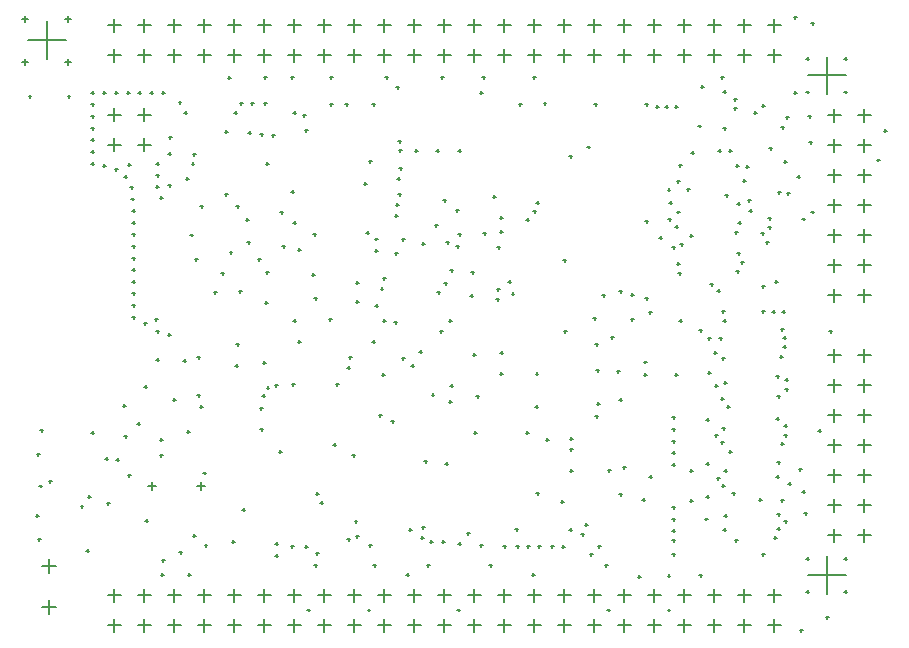
<source format=gbr>
%TF.GenerationSoftware,Altium Limited,Altium Designer,21.5.1 (32)*%
G04 Layer_Color=128*
%FSLAX45Y45*%
%MOMM*%
%TF.SameCoordinates,6D93875A-9943-4EB1-8E24-321CDD5DE8D5*%
%TF.FilePolarity,Positive*%
%TF.FileFunction,Drillmap*%
%TF.Part,Single*%
G01*
G75*
%TA.AperFunction,NonConductor*%
%ADD243C,0.12700*%
D243*
X8073000Y2476800D02*
X8183000D01*
X8128000Y2421800D02*
Y2531800D01*
X8073000Y2222800D02*
X8183000D01*
X8128000Y2167800D02*
Y2277800D01*
X8073000Y1968800D02*
X8183000D01*
X8128000Y1913800D02*
Y2023800D01*
X8073000Y1714800D02*
X8183000D01*
X8128000Y1659800D02*
Y1769800D01*
X8073000Y1460800D02*
X8183000D01*
X8128000Y1405800D02*
Y1515800D01*
X8073000Y1206800D02*
X8183000D01*
X8128000Y1151800D02*
Y1261800D01*
X8073000Y952800D02*
X8183000D01*
X8128000Y897800D02*
Y1007800D01*
X8327000Y2476800D02*
X8437000D01*
X8382000Y2421800D02*
Y2531800D01*
X8327000Y2222800D02*
X8437000D01*
X8382000Y2167800D02*
Y2277800D01*
X8327000Y1968800D02*
X8437000D01*
X8382000Y1913800D02*
Y2023800D01*
X8327000Y1714800D02*
X8437000D01*
X8382000Y1659800D02*
Y1769800D01*
X8327000Y1460800D02*
X8437000D01*
X8382000Y1405800D02*
Y1515800D01*
X8327000Y1206800D02*
X8437000D01*
X8382000Y1151800D02*
Y1261800D01*
X8327000Y952800D02*
X8437000D01*
X8382000Y897800D02*
Y1007800D01*
X8073000Y4508800D02*
X8183000D01*
X8128000Y4453800D02*
Y4563800D01*
X8073000Y4254800D02*
X8183000D01*
X8128000Y4199800D02*
Y4309800D01*
X8073000Y4000800D02*
X8183000D01*
X8128000Y3945800D02*
Y4055800D01*
X8073000Y3746800D02*
X8183000D01*
X8128000Y3691800D02*
Y3801800D01*
X8073000Y3492800D02*
X8183000D01*
X8128000Y3437800D02*
Y3547800D01*
X8073000Y3238800D02*
X8183000D01*
X8128000Y3183800D02*
Y3293800D01*
X8073000Y2984800D02*
X8183000D01*
X8128000Y2929800D02*
Y3039800D01*
X8327000Y4508800D02*
X8437000D01*
X8382000Y4453800D02*
Y4563800D01*
X8327000Y4254800D02*
X8437000D01*
X8382000Y4199800D02*
Y4309800D01*
X8327000Y4000800D02*
X8437000D01*
X8382000Y3945800D02*
Y4055800D01*
X8327000Y3746800D02*
X8437000D01*
X8382000Y3691800D02*
Y3801800D01*
X8327000Y3492800D02*
X8437000D01*
X8382000Y3437800D02*
Y3547800D01*
X8327000Y3238800D02*
X8437000D01*
X8382000Y3183800D02*
Y3293800D01*
X8327000Y2984800D02*
X8437000D01*
X8382000Y2929800D02*
Y3039800D01*
X7565000Y444500D02*
X7675000D01*
X7620000Y389500D02*
Y499500D01*
X7311000Y444500D02*
X7421000D01*
X7366000Y389500D02*
Y499500D01*
X7057000Y444500D02*
X7167000D01*
X7112000Y389500D02*
Y499500D01*
X6803000Y444500D02*
X6913000D01*
X6858000Y389500D02*
Y499500D01*
X6549000Y444500D02*
X6659000D01*
X6604000Y389500D02*
Y499500D01*
X6295000Y444500D02*
X6405000D01*
X6350000Y389500D02*
Y499500D01*
X6041000Y444500D02*
X6151000D01*
X6096000Y389500D02*
Y499500D01*
X5787000Y444500D02*
X5897000D01*
X5842000Y389500D02*
Y499500D01*
X5533000Y444500D02*
X5643000D01*
X5588000Y389500D02*
Y499500D01*
X5279000Y444500D02*
X5389000D01*
X5334000Y389500D02*
Y499500D01*
X5025000Y444500D02*
X5135000D01*
X5080000Y389500D02*
Y499500D01*
X4771000Y444500D02*
X4881000D01*
X4826000Y389500D02*
Y499500D01*
X4517000Y444500D02*
X4627000D01*
X4572000Y389500D02*
Y499500D01*
X4263000Y444500D02*
X4373000D01*
X4318000Y389500D02*
Y499500D01*
X4009000Y444500D02*
X4119000D01*
X4064000Y389500D02*
Y499500D01*
X3755000Y444500D02*
X3865000D01*
X3810000Y389500D02*
Y499500D01*
X3501000Y444500D02*
X3611000D01*
X3556000Y389500D02*
Y499500D01*
X3247000Y444500D02*
X3357000D01*
X3302000Y389500D02*
Y499500D01*
X2993000Y444500D02*
X3103000D01*
X3048000Y389500D02*
Y499500D01*
X2739000Y444500D02*
X2849000D01*
X2794000Y389500D02*
Y499500D01*
X2485000Y444500D02*
X2595000D01*
X2540000Y389500D02*
Y499500D01*
X2231000Y444500D02*
X2341000D01*
X2286000Y389500D02*
Y499500D01*
X1977000Y444500D02*
X2087000D01*
X2032000Y389500D02*
Y499500D01*
X7565000Y190500D02*
X7675000D01*
X7620000Y135500D02*
Y245500D01*
X7311000Y190500D02*
X7421000D01*
X7366000Y135500D02*
Y245500D01*
X7057000Y190500D02*
X7167000D01*
X7112000Y135500D02*
Y245500D01*
X6803000Y190500D02*
X6913000D01*
X6858000Y135500D02*
Y245500D01*
X6549000Y190500D02*
X6659000D01*
X6604000Y135500D02*
Y245500D01*
X6295000Y190500D02*
X6405000D01*
X6350000Y135500D02*
Y245500D01*
X6041000Y190500D02*
X6151000D01*
X6096000Y135500D02*
Y245500D01*
X5787000Y190500D02*
X5897000D01*
X5842000Y135500D02*
Y245500D01*
X5533000Y190500D02*
X5643000D01*
X5588000Y135500D02*
Y245500D01*
X5279000Y190500D02*
X5389000D01*
X5334000Y135500D02*
Y245500D01*
X5025000Y190500D02*
X5135000D01*
X5080000Y135500D02*
Y245500D01*
X4771000Y190500D02*
X4881000D01*
X4826000Y135500D02*
Y245500D01*
X4517000Y190500D02*
X4627000D01*
X4572000Y135500D02*
Y245500D01*
X4263000Y190500D02*
X4373000D01*
X4318000Y135500D02*
Y245500D01*
X4009000Y190500D02*
X4119000D01*
X4064000Y135500D02*
Y245500D01*
X3755000Y190500D02*
X3865000D01*
X3810000Y135500D02*
Y245500D01*
X3501000Y190500D02*
X3611000D01*
X3556000Y135500D02*
Y245500D01*
X3247000Y190500D02*
X3357000D01*
X3302000Y135500D02*
Y245500D01*
X2993000Y190500D02*
X3103000D01*
X3048000Y135500D02*
Y245500D01*
X2739000Y190500D02*
X2849000D01*
X2794000Y135500D02*
Y245500D01*
X2485000Y190500D02*
X2595000D01*
X2540000Y135500D02*
Y245500D01*
X2231000Y190500D02*
X2341000D01*
X2286000Y135500D02*
Y245500D01*
X1977000Y190500D02*
X2087000D01*
X2032000Y135500D02*
Y245500D01*
X7565000Y5270500D02*
X7675000D01*
X7620000Y5215500D02*
Y5325500D01*
X7311000Y5270500D02*
X7421000D01*
X7366000Y5215500D02*
Y5325500D01*
X7057000Y5270500D02*
X7167000D01*
X7112000Y5215500D02*
Y5325500D01*
X6803000Y5270500D02*
X6913000D01*
X6858000Y5215500D02*
Y5325500D01*
X6549000Y5270500D02*
X6659000D01*
X6604000Y5215500D02*
Y5325500D01*
X6295000Y5270500D02*
X6405000D01*
X6350000Y5215500D02*
Y5325500D01*
X6041000Y5270500D02*
X6151000D01*
X6096000Y5215500D02*
Y5325500D01*
X5787000Y5270500D02*
X5897000D01*
X5842000Y5215500D02*
Y5325500D01*
X5533000Y5270500D02*
X5643000D01*
X5588000Y5215500D02*
Y5325500D01*
X5279000Y5270500D02*
X5389000D01*
X5334000Y5215500D02*
Y5325500D01*
X5025000Y5270500D02*
X5135000D01*
X5080000Y5215500D02*
Y5325500D01*
X4771000Y5270500D02*
X4881000D01*
X4826000Y5215500D02*
Y5325500D01*
X4517000Y5270500D02*
X4627000D01*
X4572000Y5215500D02*
Y5325500D01*
X4263000Y5270500D02*
X4373000D01*
X4318000Y5215500D02*
Y5325500D01*
X4009000Y5270500D02*
X4119000D01*
X4064000Y5215500D02*
Y5325500D01*
X3755000Y5270500D02*
X3865000D01*
X3810000Y5215500D02*
Y5325500D01*
X3501000Y5270500D02*
X3611000D01*
X3556000Y5215500D02*
Y5325500D01*
X3247000Y5270500D02*
X3357000D01*
X3302000Y5215500D02*
Y5325500D01*
X2993000Y5270500D02*
X3103000D01*
X3048000Y5215500D02*
Y5325500D01*
X2739000Y5270500D02*
X2849000D01*
X2794000Y5215500D02*
Y5325500D01*
X2485000Y5270500D02*
X2595000D01*
X2540000Y5215500D02*
Y5325500D01*
X2231000Y5270500D02*
X2341000D01*
X2286000Y5215500D02*
Y5325500D01*
X1977000Y5270500D02*
X2087000D01*
X2032000Y5215500D02*
Y5325500D01*
X7565000Y5016500D02*
X7675000D01*
X7620000Y4961500D02*
Y5071500D01*
X7311000Y5016500D02*
X7421000D01*
X7366000Y4961500D02*
Y5071500D01*
X7057000Y5016500D02*
X7167000D01*
X7112000Y4961500D02*
Y5071500D01*
X6803000Y5016500D02*
X6913000D01*
X6858000Y4961500D02*
Y5071500D01*
X6549000Y5016500D02*
X6659000D01*
X6604000Y4961500D02*
Y5071500D01*
X6295000Y5016500D02*
X6405000D01*
X6350000Y4961500D02*
Y5071500D01*
X6041000Y5016500D02*
X6151000D01*
X6096000Y4961500D02*
Y5071500D01*
X5787000Y5016500D02*
X5897000D01*
X5842000Y4961500D02*
Y5071500D01*
X5533000Y5016500D02*
X5643000D01*
X5588000Y4961500D02*
Y5071500D01*
X5279000Y5016500D02*
X5389000D01*
X5334000Y4961500D02*
Y5071500D01*
X5025000Y5016500D02*
X5135000D01*
X5080000Y4961500D02*
Y5071500D01*
X4771000Y5016500D02*
X4881000D01*
X4826000Y4961500D02*
Y5071500D01*
X4517000Y5016500D02*
X4627000D01*
X4572000Y4961500D02*
Y5071500D01*
X4263000Y5016500D02*
X4373000D01*
X4318000Y4961500D02*
Y5071500D01*
X4009000Y5016500D02*
X4119000D01*
X4064000Y4961500D02*
Y5071500D01*
X3755000Y5016500D02*
X3865000D01*
X3810000Y4961500D02*
Y5071500D01*
X3501000Y5016500D02*
X3611000D01*
X3556000Y4961500D02*
Y5071500D01*
X3247000Y5016500D02*
X3357000D01*
X3302000Y4961500D02*
Y5071500D01*
X2993000Y5016500D02*
X3103000D01*
X3048000Y4961500D02*
Y5071500D01*
X2739000Y5016500D02*
X2849000D01*
X2794000Y4961500D02*
Y5071500D01*
X2485000Y5016500D02*
X2595000D01*
X2540000Y4961500D02*
Y5071500D01*
X2231000Y5016500D02*
X2341000D01*
X2286000Y4961500D02*
Y5071500D01*
X1977000Y5016500D02*
X2087000D01*
X2032000Y4961500D02*
Y5071500D01*
X1977000Y4512400D02*
X2087000D01*
X2032000Y4457400D02*
Y4567400D01*
X2231000Y4512400D02*
X2341000D01*
X2286000Y4457400D02*
Y4567400D01*
X1977000Y4258400D02*
X2087000D01*
X2032000Y4203400D02*
Y4313400D01*
X2231000Y4258400D02*
X2341000D01*
X2286000Y4203400D02*
Y4313400D01*
X7904500Y615000D02*
X8224500D01*
X8064500Y455000D02*
Y775000D01*
X7904500Y4846000D02*
X8224500D01*
X8064500Y4686000D02*
Y5006000D01*
X1300500Y5143500D02*
X1620500D01*
X1460500Y4983500D02*
Y5303500D01*
X1420000Y345000D02*
X1540000D01*
X1480000Y285000D02*
Y405000D01*
X1420000Y695000D02*
X1540000D01*
X1480000Y635000D02*
Y755000D01*
X3527500Y860000D02*
X3552500D01*
X3540000Y847500D02*
Y872500D01*
X4007458Y920049D02*
X4032458D01*
X4019958Y907549D02*
Y932549D01*
X4067500Y1070000D02*
X4092500D01*
X4080000Y1057500D02*
Y1082500D01*
X4527500Y1000000D02*
X4552500D01*
X4540000Y987500D02*
Y1012500D01*
X4079098Y945849D02*
X4104098D01*
X4091598Y933349D02*
Y958349D01*
X4186842Y869341D02*
X4211841D01*
X4199341Y856842D02*
Y881841D01*
X3737500Y800000D02*
X3762500D01*
X3750000Y787500D02*
Y812500D01*
X4704807Y899555D02*
X4729807D01*
X4717307Y887056D02*
Y912055D01*
X4876183Y3198019D02*
X4901182D01*
X4888683Y3185519D02*
Y3210519D01*
X4307500Y2770000D02*
X4332500D01*
X4320000Y2757500D02*
Y2782500D01*
X4767500Y3010000D02*
X4792500D01*
X4780000Y2997500D02*
Y3022500D01*
X6817500Y2770000D02*
X6842500D01*
X6830000Y2757500D02*
Y2782500D01*
X1367500Y1120000D02*
X1392500D01*
X1380000Y1107500D02*
Y1132500D01*
X1397500Y1370000D02*
X1422500D01*
X1410000Y1357500D02*
Y1382500D01*
X4402500Y2755000D02*
X4427500D01*
X4415000Y2742500D02*
Y2767500D01*
X6087500Y2790000D02*
X6112500D01*
X6100000Y2777500D02*
Y2802500D01*
X7876802Y1137694D02*
X7901801D01*
X7889301Y1125194D02*
Y1150194D01*
X7517500Y4590000D02*
X7542500D01*
X7530000Y4577500D02*
Y4602500D01*
X7235951Y4210232D02*
X7260951D01*
X7248451Y4197732D02*
Y4222732D01*
X3529945Y3860000D02*
X3554945D01*
X3542445Y3847500D02*
Y3872500D01*
X4165319Y3512330D02*
X4190319D01*
X4177819Y3499830D02*
Y3524829D01*
X4238004Y3461387D02*
X4263004D01*
X4250504Y3448887D02*
Y3473887D01*
X4438159Y3840659D02*
X4463158D01*
X4450659Y3828159D02*
Y3853158D01*
X4427500Y3970000D02*
X4452500D01*
X4440000Y3957500D02*
Y3982500D01*
X4447500Y4060000D02*
X4472500D01*
X4460000Y4047500D02*
Y4072500D01*
X4417500Y3750000D02*
X4442500D01*
X4430000Y3737500D02*
Y3762500D01*
X4947098Y3503168D02*
X4972098D01*
X4959598Y3490668D02*
Y3515668D01*
X4747667Y3578274D02*
X4772667D01*
X4760167Y3565774D02*
Y3590774D01*
X4845248Y3432721D02*
X4870248D01*
X4857748Y3420222D02*
Y3445221D01*
X4927500Y3400000D02*
X4952500D01*
X4940000Y3387500D02*
Y3412500D01*
X4923683Y3703817D02*
X4948683D01*
X4936183Y3691317D02*
Y3716317D01*
X7515931Y791568D02*
X7540931D01*
X7528431Y779069D02*
Y804068D01*
X7047500Y1560000D02*
X7072500D01*
X7060000Y1547500D02*
Y1572500D01*
X7047500Y1930000D02*
X7072500D01*
X7060000Y1917500D02*
Y1942500D01*
X4241095Y2895653D02*
X4266095D01*
X4253595Y2883153D02*
Y2908153D01*
X4077599Y2928585D02*
X4102598D01*
X4090098Y2916085D02*
Y2941085D01*
X2737500Y2460000D02*
X2762500D01*
X2750000Y2447500D02*
Y2472500D01*
X3426202Y1660022D02*
X3451202D01*
X3438702Y1647522D02*
Y1672522D01*
X4287500Y3040000D02*
X4312500D01*
X4300000Y3027500D02*
Y3052500D01*
X5057500Y3180000D02*
X5082500D01*
X5070000Y3167500D02*
Y3192500D01*
X6517500Y2310000D02*
X6542500D01*
X6530000Y2297500D02*
Y2322500D01*
X6307500Y2100000D02*
X6332500D01*
X6320000Y2087500D02*
Y2112500D01*
X3009164Y3349445D02*
X3034164D01*
X3021664Y3336945D02*
Y3361945D01*
X4187500Y4120000D02*
X4212500D01*
X4200000Y4107500D02*
Y4132500D01*
X7570000Y3638431D02*
X7595000D01*
X7582500Y3625932D02*
Y3650931D01*
X7570000Y3560000D02*
X7595000D01*
X7582500Y3547500D02*
Y3572500D01*
X7627500Y3100000D02*
X7652500D01*
X7640000Y3087500D02*
Y3112500D01*
X7182102Y1857811D02*
X7207102D01*
X7194602Y1845312D02*
Y1870311D01*
X7117500Y1800000D02*
X7142500D01*
X7130000Y1787500D02*
Y1812500D01*
X7167500Y1740000D02*
X7192500D01*
X7180000Y1727500D02*
Y1752500D01*
X5327500Y860000D02*
X5352500D01*
X5340000Y847500D02*
Y872500D01*
X4947500Y880000D02*
X4972500D01*
X4960000Y867500D02*
Y892500D01*
X4047500Y1630000D02*
X4072500D01*
X4060000Y1617500D02*
Y1642500D01*
X2282520Y2747532D02*
X2307520D01*
X2295020Y2735032D02*
Y2760032D01*
X2387500Y2680000D02*
X2412500D01*
X2400000Y2667500D02*
Y2692500D01*
X2377500Y2780000D02*
X2402500D01*
X2390000Y2767500D02*
Y2792500D01*
X3457500Y3400000D02*
X3482500D01*
X3470000Y3387500D02*
Y3412500D01*
X3097500Y4610000D02*
X3122500D01*
X3110000Y4597500D02*
Y4622500D01*
X5667500Y4610000D02*
X5692500D01*
X5680000Y4597500D02*
Y4622500D01*
X5887500Y4160000D02*
X5912500D01*
X5900000Y4147500D02*
Y4172500D01*
X2147500Y1460000D02*
X2172500D01*
X2160000Y1447500D02*
Y1472500D01*
X2787500Y1480000D02*
X2812500D01*
X2800000Y1467500D02*
Y1492500D01*
X7187500Y4710000D02*
X7212500D01*
X7200000Y4697500D02*
Y4722500D01*
X7187500Y4400000D02*
X7212500D01*
X7200000Y4387500D02*
Y4412500D01*
X6979573Y4417746D02*
X7004573D01*
X6992073Y4405246D02*
Y4430246D01*
X7147500Y4210000D02*
X7172500D01*
X7160000Y4197500D02*
Y4222500D01*
X6917500Y4190000D02*
X6942500D01*
X6930000Y4177500D02*
Y4202500D01*
X7277500Y4570000D02*
X7302500D01*
X7290000Y4557500D02*
Y4582500D01*
X7277500Y4645000D02*
X7302500D01*
X7290000Y4632500D02*
Y4657500D01*
X7167500Y4830000D02*
X7192500D01*
X7180000Y4817500D02*
Y4842500D01*
X7667500Y2462500D02*
X7692500D01*
X7680000Y2450000D02*
Y2475000D01*
X6812378Y4085405D02*
X6837377D01*
X6824877Y4072905D02*
Y4097904D01*
X7297500Y3190000D02*
X7322500D01*
X7310000Y3177500D02*
Y3202500D01*
X7651546Y3857478D02*
X7676546D01*
X7664046Y3844978D02*
Y3869978D01*
X7410748Y3700072D02*
X7435748D01*
X7423248Y3687573D02*
Y3712572D01*
X7207500Y3830000D02*
X7232500D01*
X7220000Y3817500D02*
Y3842500D01*
X7356434Y3955000D02*
X7381434D01*
X7368934Y3942500D02*
Y3967500D01*
X7308960Y3760000D02*
X7333960D01*
X7321460Y3747500D02*
Y3772500D01*
X7396794Y3789233D02*
X7421793D01*
X7409294Y3776733D02*
Y3801733D01*
X7077500Y3080000D02*
X7102500D01*
X7090000Y3067500D02*
Y3092500D01*
X7307500Y3341432D02*
X7332500D01*
X7320000Y3328932D02*
Y3353932D01*
X6826881Y3418482D02*
X6851881D01*
X6839381Y3405982D02*
Y3430982D01*
X6757500Y3390000D02*
X6782500D01*
X6770000Y3377500D02*
Y3402500D01*
X6797500Y3250000D02*
X6822500D01*
X6810000Y3237500D02*
Y3262500D01*
X7287500Y3520000D02*
X7312500D01*
X7300000Y3507500D02*
Y3532500D01*
X7316538Y3599038D02*
X7341538D01*
X7329038Y3586538D02*
Y3611538D01*
X6907500Y3490000D02*
X6932500D01*
X6920000Y3477500D02*
Y3502500D01*
X7381027Y4071463D02*
X7406027D01*
X7393527Y4058963D02*
Y4083962D01*
X6880529Y3883548D02*
X6905529D01*
X6893029Y3871048D02*
Y3896048D01*
X6783332Y3565790D02*
X6808332D01*
X6795832Y3553290D02*
Y3578290D01*
X6797500Y3690000D02*
X6822500D01*
X6810000Y3677500D02*
Y3702500D01*
X7296841Y4081367D02*
X7321841D01*
X7309341Y4068867D02*
Y4093867D01*
X6697500Y4580000D02*
X6722500D01*
X6710000Y4567500D02*
Y4592500D01*
X6616183Y4581317D02*
X6641183D01*
X6628683Y4568817D02*
Y4593817D01*
X6780392Y4581097D02*
X6805392D01*
X6792892Y4568597D02*
Y4593596D01*
X4217500Y4602500D02*
X4242500D01*
X4230000Y4590000D02*
Y4615000D01*
X6098159Y4600659D02*
X6123158D01*
X6110659Y4588159D02*
Y4613158D01*
X5457500Y4600000D02*
X5482500D01*
X5470000Y4587500D02*
Y4612500D01*
X3987500Y4602500D02*
X4012500D01*
X4000000Y4590000D02*
Y4615000D01*
X6527512Y4602500D02*
X6552512D01*
X6540012Y4590000D02*
Y4615000D01*
X7725896Y3847623D02*
X7750896D01*
X7738396Y3835124D02*
Y3860123D01*
X5581989Y3695511D02*
X5606989D01*
X5594489Y3683011D02*
Y3708011D01*
X5521610Y3623215D02*
X5546610D01*
X5534110Y3610715D02*
Y3635715D01*
X5607500Y3770000D02*
X5632500D01*
X5620000Y3757500D02*
Y3782500D01*
X5367500Y3100000D02*
X5392500D01*
X5380000Y3087500D02*
Y3112500D01*
X8212000Y755000D02*
X8237000D01*
X8224500Y742500D02*
Y767500D01*
X8212000Y475000D02*
X8237000D01*
X8224500Y462500D02*
Y487500D01*
X7892000Y475000D02*
X7917000D01*
X7904500Y462500D02*
Y487500D01*
X7892000Y755000D02*
X7917000D01*
X7904500Y742500D02*
Y767500D01*
X8212000Y4986000D02*
X8237000D01*
X8224500Y4973500D02*
Y4998500D01*
X8212000Y4706000D02*
X8237000D01*
X8224500Y4693500D02*
Y4718500D01*
X7892000Y4706000D02*
X7917000D01*
X7904500Y4693500D02*
Y4718500D01*
X7892000Y4986000D02*
X7917000D01*
X7904500Y4973500D02*
Y4998500D01*
X1615484Y5323500D02*
X1665484D01*
X1640484Y5298500D02*
Y5348500D01*
X1615988Y4963500D02*
X1665988D01*
X1640988Y4938500D02*
Y4988500D01*
X1255500Y4963500D02*
X1305500D01*
X1280500Y4938500D02*
Y4988500D01*
X1255500Y5323500D02*
X1305500D01*
X1280500Y5298500D02*
Y5348500D01*
X7445986Y4529803D02*
X7470986D01*
X7458486Y4517303D02*
Y4542303D01*
X7787500Y4700000D02*
X7812500D01*
X7800000Y4687500D02*
Y4712500D01*
X6997500Y4750000D02*
X7022500D01*
X7010000Y4737500D02*
Y4762500D01*
X7139960Y3023777D02*
X7164959D01*
X7152459Y3011277D02*
Y3036276D01*
X7177500Y2850000D02*
X7202500D01*
X7190000Y2837500D02*
Y2862500D01*
X7717500Y4490000D02*
X7742500D01*
X7730000Y4477500D02*
Y4502500D01*
X8057500Y260000D02*
X8082500D01*
X8070000Y247500D02*
Y272500D01*
X6107500Y1960000D02*
X6132500D01*
X6120000Y1947500D02*
Y1972500D01*
X6117500Y2065000D02*
X6142500D01*
X6130000Y2052500D02*
Y2077500D01*
X6017500Y1040000D02*
X6042500D01*
X6030000Y1027500D02*
Y1052500D01*
X5887500Y1000000D02*
X5912500D01*
X5900000Y987500D02*
Y1012500D01*
X5890000Y1500000D02*
X5915000D01*
X5902500Y1487500D02*
Y1512500D01*
X5890000Y1770000D02*
X5915000D01*
X5902500Y1757500D02*
Y1782500D01*
X5890000Y1681306D02*
X5915000D01*
X5902500Y1668806D02*
Y1693806D01*
X5987500Y960000D02*
X6012500D01*
X6000000Y947500D02*
Y972500D01*
X6127500Y860000D02*
X6152500D01*
X6140000Y847500D02*
Y872500D01*
X6057500Y790000D02*
X6082500D01*
X6070000Y777500D02*
Y802500D01*
X6757500Y1950000D02*
X6782500D01*
X6770000Y1937500D02*
Y1962500D01*
X6757500Y1850000D02*
X6782500D01*
X6770000Y1837500D02*
Y1862500D01*
X6757500Y1750000D02*
X6782500D01*
X6770000Y1737500D02*
Y1762500D01*
X6757500Y1650000D02*
X6782500D01*
X6770000Y1637500D02*
Y1662500D01*
X6757500Y1550000D02*
X6782500D01*
X6770000Y1537500D02*
Y1562500D01*
X6757500Y790000D02*
X6782500D01*
X6770000Y777500D02*
Y802500D01*
X6757500Y910000D02*
X6782500D01*
X6770000Y897500D02*
Y922500D01*
X6757500Y990000D02*
X6782500D01*
X6770000Y977500D02*
Y1002500D01*
X6757500Y1090000D02*
X6782500D01*
X6770000Y1077500D02*
Y1102500D01*
X6757500Y1190000D02*
X6782500D01*
X6770000Y1177500D02*
Y1202500D01*
X6906842Y1500658D02*
X6931841D01*
X6919342Y1488159D02*
Y1513158D01*
X6717500Y610000D02*
X6742500D01*
X6730000Y597500D02*
Y622500D01*
X6907204Y1245676D02*
X6932204D01*
X6919704Y1233176D02*
Y1258176D01*
X6503259Y1253207D02*
X6528258D01*
X6515758Y1240707D02*
Y1265707D01*
X6517500Y2420000D02*
X6542500D01*
X6530000Y2407500D02*
Y2432500D01*
X2677572Y3495000D02*
X2702571D01*
X2690072Y3482500D02*
Y3507500D01*
X2760000Y3740000D02*
X2785000D01*
X2772500Y3727500D02*
Y3752500D01*
X2437500Y740000D02*
X2462500D01*
X2450000Y727500D02*
Y752500D01*
X1797500Y820000D02*
X1822500D01*
X1810000Y807500D02*
Y832500D01*
X2297500Y1075000D02*
X2322500D01*
X2310000Y1062500D02*
Y1087500D01*
X2584585Y810000D02*
X2609585D01*
X2597085Y797500D02*
Y822500D01*
X2697500Y950000D02*
X2722500D01*
X2710000Y937500D02*
Y962500D01*
X4507500Y620000D02*
X4532500D01*
X4520000Y607500D02*
Y632500D01*
X3290353Y2413636D02*
X3315352D01*
X3302852Y2401136D02*
Y2426136D01*
X3284710Y2135216D02*
X3309709D01*
X3297210Y2122716D02*
Y2147716D01*
X2527500Y2100000D02*
X2552500D01*
X2540000Y2087500D02*
Y2112500D01*
X2647500Y1830000D02*
X2672500D01*
X2660000Y1817500D02*
Y1842500D01*
X2737500Y2140000D02*
X2762500D01*
X2750000Y2127500D02*
Y2152500D01*
X2227500Y1898943D02*
X2252500D01*
X2240000Y1886443D02*
Y1911442D01*
X2117500Y1790000D02*
X2142500D01*
X2130000Y1777500D02*
Y1802500D01*
X1957500Y1600000D02*
X1982500D01*
X1970000Y1587500D02*
Y1612500D01*
X2657500Y620000D02*
X2682500D01*
X2670000Y607500D02*
Y632500D01*
X1747500Y1200000D02*
X1772500D01*
X1760000Y1187500D02*
Y1212500D01*
X1387500Y920000D02*
X1412500D01*
X1400000Y907500D02*
Y932500D01*
X1807500Y1280000D02*
X1832500D01*
X1820000Y1267500D02*
Y1292500D01*
X1377500Y1640000D02*
X1402500D01*
X1390000Y1627500D02*
Y1652500D01*
X2797404Y869806D02*
X2822404D01*
X2809904Y857306D02*
Y882306D01*
X1970892Y1222959D02*
X1995892D01*
X1983392Y1210459D02*
Y1235459D01*
X2427500Y620000D02*
X2452500D01*
X2440000Y607500D02*
Y632500D01*
X1407500Y1840000D02*
X1432500D01*
X1420000Y1827500D02*
Y1852500D01*
X1477500Y1410000D02*
X1502500D01*
X1490000Y1397500D02*
Y1422500D01*
X2315000Y1370000D02*
X2385000D01*
X2350000Y1335000D02*
Y1405000D01*
X2735000Y1370000D02*
X2805000D01*
X2770000Y1335000D02*
Y1405000D01*
X3160000Y3435000D02*
X3185000D01*
X3172500Y3422500D02*
Y3447500D01*
X7712755Y2269990D02*
X7737754D01*
X7725255Y2257490D02*
Y2282490D01*
X7716183Y2190000D02*
X7741183D01*
X7728683Y2177500D02*
Y2202500D01*
X7637500Y1940000D02*
X7662500D01*
X7650000Y1927500D02*
Y1952500D01*
X3537500Y2230000D02*
X3562500D01*
X3550000Y2217500D02*
Y2242500D01*
X7197500Y1120000D02*
X7222500D01*
X7210000Y1107500D02*
Y1132500D01*
X7177386Y1371546D02*
X7202386D01*
X7189886Y1359047D02*
Y1384046D01*
X7135113Y1433498D02*
X7160113D01*
X7147613Y1420998D02*
Y1445998D01*
X3397500Y780000D02*
X3422500D01*
X3410000Y767500D02*
Y792500D01*
X7741646Y1387500D02*
X7766645D01*
X7754146Y1375000D02*
Y1400000D01*
X7827500Y1510000D02*
X7852500D01*
X7840000Y1497500D02*
Y1522500D01*
X3047500Y4530000D02*
X3072500D01*
X3060000Y4517500D02*
Y4542500D01*
X7701998Y4115503D02*
X7726997D01*
X7714497Y4103003D02*
Y4128002D01*
X7994627Y1835937D02*
X8019627D01*
X8007127Y1823437D02*
Y1848437D01*
X3667500Y320000D02*
X3692500D01*
X3680000Y307500D02*
Y332500D01*
X4177500Y320000D02*
X4202500D01*
X4190000Y307500D02*
Y332500D01*
X6717500Y320000D02*
X6742500D01*
X6730000Y307500D02*
Y332500D01*
X6207500Y320000D02*
X6232500D01*
X6220000Y307500D02*
Y332500D01*
X4937500Y320000D02*
X4962500D01*
X4950000Y307500D02*
Y332500D01*
X4807500Y900000D02*
X4832500D01*
X4820000Y887500D02*
Y912500D01*
X5207500Y700000D02*
X5232500D01*
X5220000Y687500D02*
Y712500D01*
X5437500Y860000D02*
X5462500D01*
X5450000Y847500D02*
Y872500D01*
X5527500Y860000D02*
X5552500D01*
X5540000Y847500D02*
Y872500D01*
X5617500Y860000D02*
X5642500D01*
X5630000Y847500D02*
Y872500D01*
X5727500Y860000D02*
X5752500D01*
X5740000Y847500D02*
Y872500D01*
X5820849Y856652D02*
X5845848D01*
X5833349Y844152D02*
Y869152D01*
X2417500Y1760000D02*
X2442500D01*
X2430000Y1747500D02*
Y1772500D01*
X5687500Y1760000D02*
X5712500D01*
X5700000Y1747500D02*
Y1772500D01*
X4298126Y2310000D02*
X4323125D01*
X4310625Y2297500D02*
Y2322500D01*
X5300000Y2500000D02*
X5325000D01*
X5312500Y2487500D02*
Y2512500D01*
X5097500Y2130000D02*
X5122500D01*
X5110000Y2117500D02*
Y2142500D01*
X5396814Y2996103D02*
X5421813D01*
X5409314Y2983603D02*
Y3008603D01*
X2577500Y4620000D02*
X2602500D01*
X2590000Y4607500D02*
Y4632500D01*
X3547500Y2770000D02*
X3572500D01*
X3560000Y2757500D02*
Y2782500D01*
X3436841Y3689341D02*
X3461841D01*
X3449341Y3676842D02*
Y3701841D01*
X3707500Y3156916D02*
X3732500D01*
X3720000Y3144416D02*
Y3169416D01*
X7907500Y4500000D02*
X7932500D01*
X7920000Y4487500D02*
Y4512500D01*
X7577500Y4230000D02*
X7602500D01*
X7590000Y4217500D02*
Y4242500D01*
X7856842Y3630658D02*
X7881841D01*
X7869341Y3618159D02*
Y3643158D01*
X6407500Y2780000D02*
X6432500D01*
X6420000Y2767500D02*
Y2792500D01*
X6777500Y2310000D02*
X6802500D01*
X6790000Y2297500D02*
Y2322500D01*
X6112923Y2350275D02*
X6137923D01*
X6125423Y2337775D02*
Y2362775D01*
X5597500Y2040000D02*
X5622500D01*
X5610000Y2027500D02*
Y2052500D01*
X4719210Y2143472D02*
X4744210D01*
X4731710Y2130972D02*
Y2155972D01*
X3057500Y2390000D02*
X3082500D01*
X3070000Y2377500D02*
Y2402500D01*
X2756842Y2040663D02*
X2781842D01*
X2769342Y2028163D02*
Y2053163D01*
X3117500Y1170000D02*
X3142500D01*
X3130000Y1157500D02*
Y1182500D01*
X3267500Y1850000D02*
X3292500D01*
X3280000Y1837500D02*
Y1862500D01*
X2417500Y1630000D02*
X2442500D01*
X2430000Y1617500D02*
Y1642500D01*
X3647729Y857472D02*
X3672729D01*
X3660229Y844972D02*
Y869972D01*
X3777500Y1230000D02*
X3802500D01*
X3790000Y1217500D02*
Y1242500D01*
X3737934Y1306338D02*
X3762934D01*
X3750434Y1293838D02*
Y1318838D01*
X4866448Y2084181D02*
X4891448D01*
X4878948Y2071681D02*
Y2096681D01*
X5077500Y1820000D02*
X5102500D01*
X5090000Y1807500D02*
Y1832500D01*
X4657500Y1580000D02*
X4682500D01*
X4670000Y1567500D02*
Y1592500D01*
X4627500Y930000D02*
X4652500D01*
X4640000Y917500D02*
Y942500D01*
X5814591Y1237500D02*
X5839591D01*
X5827091Y1225000D02*
Y1250000D01*
X6563136Y1447653D02*
X6588136D01*
X6575636Y1435154D02*
Y1460153D01*
X6307500Y1300000D02*
X6332500D01*
X6320000Y1287500D02*
Y1312500D01*
X6647500Y3470000D02*
X6672500D01*
X6660000Y3457500D02*
Y3482500D01*
X7917500Y4280000D02*
X7942500D01*
X7930000Y4267500D02*
Y4292500D01*
X7679350Y4408150D02*
X7704350D01*
X7691850Y4395650D02*
Y4420650D01*
X5127106Y4700923D02*
X5152106D01*
X5139606Y4688423D02*
Y4713423D01*
X7510000Y3510000D02*
X7535000D01*
X7522500Y3497500D02*
Y3522500D01*
X4437500Y4290000D02*
X4462500D01*
X4450000Y4277500D02*
Y4302500D01*
X7517500Y2850000D02*
X7542500D01*
X7530000Y2837500D02*
Y2862500D01*
X7547500Y3435000D02*
X7572500D01*
X7560000Y3422500D02*
Y3447500D01*
X6717500Y3880000D02*
X6742500D01*
X6730000Y3867500D02*
Y3892500D01*
X7517500Y3060000D02*
X7542500D01*
X7530000Y3047500D02*
Y3072500D01*
X7337500Y3263302D02*
X7362500D01*
X7350000Y3250802D02*
Y3275802D01*
X7602765Y2845000D02*
X7627765D01*
X7615265Y2832500D02*
Y2857500D01*
X7687500Y2845000D02*
X7712500D01*
X7700000Y2832500D02*
Y2857500D01*
X7187500Y2770000D02*
X7212500D01*
X7200000Y2757500D02*
Y2782500D01*
X7817500Y3990000D02*
X7842500D01*
X7830000Y3977500D02*
Y4002500D01*
X8087500Y2680000D02*
X8112500D01*
X8100000Y2667500D02*
Y2692500D01*
X7935178Y3690000D02*
X7960178D01*
X7947678Y3677500D02*
Y3702500D01*
X8548631Y4379489D02*
X8573631D01*
X8561131Y4366989D02*
Y4391989D01*
X8487500Y4130000D02*
X8512500D01*
X8500000Y4117500D02*
Y4142500D01*
X6807500Y3170000D02*
X6832500D01*
X6820000Y3157500D02*
Y3182500D01*
X7035000Y1090658D02*
X7060000D01*
X7047500Y1078159D02*
Y1103158D01*
X7108159Y2499341D02*
X7133158D01*
X7120659Y2486842D02*
Y2511841D01*
X3397500Y880000D02*
X3422500D01*
X3410000Y867500D02*
Y892500D01*
X4637739Y1021962D02*
X4662738D01*
X4650239Y1009462D02*
Y1034462D01*
X7057500Y2330000D02*
X7082500D01*
X7070000Y2317500D02*
Y2342500D01*
X7698306Y2623570D02*
X7723306D01*
X7710806Y2611070D02*
Y2636070D01*
X7675444Y2695000D02*
X7700444D01*
X7687944Y2682500D02*
Y2707500D01*
X7698215Y2548570D02*
X7723215D01*
X7710715Y2536070D02*
Y2561070D01*
X2417500Y3810000D02*
X2442500D01*
X2430000Y3797500D02*
Y3822500D01*
X2386209Y3902954D02*
X2411209D01*
X2398709Y3890454D02*
Y3915454D01*
X2487500Y2650000D02*
X2512500D01*
X2500000Y2637500D02*
Y2662500D01*
X2437500Y4700000D02*
X2462500D01*
X2450000Y4687500D02*
Y4712500D01*
X2337500Y4700000D02*
X2362500D01*
X2350000Y4687500D02*
Y4712500D01*
X2237500Y4700000D02*
X2262500D01*
X2250000Y4687500D02*
Y4712500D01*
X2137500Y4700000D02*
X2162500D01*
X2150000Y4687500D02*
Y4712500D01*
X2037500Y4700000D02*
X2062500D01*
X2050000Y4687500D02*
Y4712500D01*
X1937500Y4700000D02*
X1962500D01*
X1950000Y4687500D02*
Y4712500D01*
X1837500Y4700000D02*
X1862500D01*
X1850000Y4687500D02*
Y4712500D01*
X1837500Y4600000D02*
X1862500D01*
X1850000Y4587500D02*
Y4612500D01*
X1837500Y4500000D02*
X1862500D01*
X1850000Y4487500D02*
Y4512500D01*
X1837500Y4400000D02*
X1862500D01*
X1850000Y4387500D02*
Y4412500D01*
X1837500Y4300000D02*
X1862500D01*
X1850000Y4287500D02*
Y4312500D01*
X1837500Y4200000D02*
X1862500D01*
X1850000Y4187500D02*
Y4212500D01*
X2177500Y3800000D02*
X2202500D01*
X2190000Y3787500D02*
Y3812500D01*
X2187500Y3700000D02*
X2212500D01*
X2200000Y3687500D02*
Y3712500D01*
X2187500Y3600000D02*
X2212500D01*
X2200000Y3587500D02*
Y3612500D01*
X3147357Y3625738D02*
X3172357D01*
X3159857Y3613239D02*
Y3638238D01*
X2491747Y3914247D02*
X2516746D01*
X2504246Y3901747D02*
Y3926747D01*
X2489623Y4182123D02*
X2514623D01*
X2502123Y4169624D02*
Y4194623D01*
X2187500Y3500000D02*
X2212500D01*
X2200000Y3487500D02*
Y3512500D01*
X3167500Y4360000D02*
X3192500D01*
X3180000Y4347500D02*
Y4372500D01*
X2697500Y4180000D02*
X2722500D01*
X2710000Y4167500D02*
Y4192500D01*
X6733579Y3769460D02*
X6758578D01*
X6746078Y3756960D02*
Y3781960D01*
X6723736Y3630000D02*
X6748736D01*
X6736236Y3617500D02*
Y3642500D01*
X2387500Y4100000D02*
X2412500D01*
X2400000Y4087500D02*
Y4112500D01*
X2147500Y4090000D02*
X2172500D01*
X2160000Y4077500D02*
Y4102500D01*
X1837500Y4100000D02*
X1862500D01*
X1850000Y4087500D02*
Y4112500D01*
X2117500Y3990000D02*
X2142500D01*
X2130000Y3977500D02*
Y4002500D01*
X2167500Y3900000D02*
X2192500D01*
X2180000Y3887500D02*
Y3912500D01*
X2387500Y4000000D02*
X2412500D01*
X2400000Y3987500D02*
Y4012500D01*
X1937500Y4080000D02*
X1962500D01*
X1950000Y4067500D02*
Y4092500D01*
X2037500Y4050000D02*
X2062500D01*
X2050000Y4037500D02*
Y4062500D01*
X2187500Y3400000D02*
X2212500D01*
X2200000Y3387500D02*
Y3412500D01*
X2187500Y3300000D02*
X2212500D01*
X2200000Y3287500D02*
Y3312500D01*
X2187500Y3200000D02*
X2212500D01*
X2200000Y3187500D02*
Y3212500D01*
X2187500Y3100000D02*
X2212500D01*
X2200000Y3087500D02*
Y3112500D01*
X2187500Y3000000D02*
X2212500D01*
X2200000Y2987500D02*
Y3012500D01*
X2187500Y2900000D02*
X2212500D01*
X2200000Y2887500D02*
Y2912500D01*
X2187500Y2800000D02*
X2212500D01*
X2200000Y2787500D02*
Y2812500D01*
X6287500Y2340000D02*
X6312500D01*
X6300000Y2327500D02*
Y2352500D01*
X6212500Y1505000D02*
X6237500D01*
X6225000Y1492500D02*
Y1517500D01*
X6337500Y1530000D02*
X6362500D01*
X6350000Y1517500D02*
Y1542500D01*
X7047500Y1277400D02*
X7072500D01*
X7060000Y1264900D02*
Y1289899D01*
X6527500Y3610000D02*
X6552500D01*
X6540000Y3597500D02*
Y3622500D01*
X6797500Y3950000D02*
X6822500D01*
X6810000Y3937500D02*
Y3962500D01*
X5607500Y1310000D02*
X5632500D01*
X5620000Y1297500D02*
Y1322500D01*
X6527500Y2960000D02*
X6552500D01*
X6540000Y2947500D02*
Y2972500D01*
X5835000Y3281251D02*
X5860000D01*
X5847500Y3268751D02*
Y3293751D01*
X6407503Y2990002D02*
X6432502D01*
X6420002Y2977503D02*
Y3002502D01*
X6557500Y2840000D02*
X6582500D01*
X6570000Y2827500D02*
Y2852500D01*
X6307500Y3020000D02*
X6332500D01*
X6320000Y3007500D02*
Y3032500D01*
X6037500Y4240000D02*
X6062500D01*
X6050000Y4227500D02*
Y4252500D01*
X5295436Y3521386D02*
X5320436D01*
X5307936Y3508886D02*
Y3533886D01*
X5600000Y2320000D02*
X5625000D01*
X5612500Y2307500D02*
Y2332500D01*
X5515724Y1819925D02*
X5540723D01*
X5528224Y1807425D02*
Y1832425D01*
X5837500Y2680000D02*
X5862500D01*
X5850000Y2667500D02*
Y2692500D01*
X5297500Y2320000D02*
X5322500D01*
X5310000Y2307500D02*
Y2332500D01*
X5277500Y3390000D02*
X5302500D01*
X5290000Y3377500D02*
Y3402500D01*
X5157500Y3510000D02*
X5182500D01*
X5170000Y3497500D02*
Y3522500D01*
X6987500Y2690000D02*
X7012500D01*
X7000000Y2677500D02*
Y2702500D01*
X7057500Y2620000D02*
X7082500D01*
X7070000Y2607500D02*
Y2632500D01*
X6187500Y700000D02*
X6212500D01*
X6200000Y687500D02*
Y712500D01*
X6987395Y614807D02*
X7012395D01*
X6999895Y602307D02*
Y627307D01*
X4877500Y2220000D02*
X4902500D01*
X4890000Y2207500D02*
Y2232500D01*
X4271224Y1969697D02*
X4296224D01*
X4283724Y1957197D02*
Y1982197D01*
X3266807Y2030000D02*
X3291806D01*
X3279307Y2017500D02*
Y2042500D01*
X3322500Y2200000D02*
X3347499D01*
X3334999Y2187500D02*
Y2212500D01*
X3394030Y2222547D02*
X3419029D01*
X3406530Y2210048D02*
Y2235047D01*
X5067500Y2480000D02*
X5092500D01*
X5080000Y2467500D02*
Y2492500D01*
X4218125Y2590000D02*
X4243125D01*
X4230625Y2577500D02*
Y2602500D01*
X3586250Y2591250D02*
X3611250D01*
X3598750Y2578750D02*
Y2603750D01*
X3907500Y2230000D02*
X3932500D01*
X3920000Y2217500D02*
Y2242500D01*
X6237500Y2630000D02*
X6262500D01*
X6250000Y2617500D02*
Y2642500D01*
X3088853Y3020000D02*
X3113853D01*
X3101353Y3007500D02*
Y3032500D01*
X3307500Y2920000D02*
X3332500D01*
X3320000Y2907500D02*
Y2932500D01*
X3727500Y2960000D02*
X3752500D01*
X3740000Y2947500D02*
Y2972500D01*
X3887500Y1720000D02*
X3912500D01*
X3900000Y1707500D02*
Y1732500D01*
X4377500Y1920000D02*
X4402500D01*
X4390000Y1907500D02*
Y1932500D01*
X4007500Y2370459D02*
X4032500D01*
X4020000Y2357959D02*
Y2382959D01*
X4837500Y1560000D02*
X4862500D01*
X4850000Y1547500D02*
Y1572500D01*
X7637485Y2299995D02*
X7662485D01*
X7649985Y2287496D02*
Y2312495D01*
X6164631Y2982870D02*
X6189630D01*
X6177130Y2970370D02*
Y2995369D01*
X2994152Y4826652D02*
X3019152D01*
X3006652Y4814152D02*
Y4839152D01*
X4017500Y2460000D02*
X4042500D01*
X4030000Y2447500D02*
Y2472500D01*
X4547500Y2390000D02*
X4572500D01*
X4560000Y2377500D02*
Y2402500D01*
X4467500Y2450000D02*
X4492500D01*
X4480000Y2437500D02*
Y2462500D01*
X4615000Y2507500D02*
X4640000D01*
X4627500Y2495000D02*
Y2520000D01*
X6467500Y600000D02*
X6492500D01*
X6480000Y587500D02*
Y612500D01*
X4080000Y3090000D02*
X4105000D01*
X4092500Y3077500D02*
Y3102500D01*
X3850000Y2780000D02*
X3875000D01*
X3862500Y2767500D02*
Y2792500D01*
X1637500Y4670000D02*
X1662500D01*
X1650000Y4657500D02*
Y4682500D01*
X2687500Y4100000D02*
X2712500D01*
X2700000Y4087500D02*
Y4112500D01*
X3547500Y3600000D02*
X3572500D01*
X3560000Y3587500D02*
Y3612500D01*
X2970000Y4370000D02*
X2995000D01*
X2982500Y4357500D02*
Y4382500D01*
X2937500Y3170000D02*
X2962500D01*
X2950000Y3157500D02*
Y3182500D01*
X7117500Y2220000D02*
X7142500D01*
X7130000Y2207500D02*
Y2232500D01*
X7707500Y1880000D02*
X7732500D01*
X7720000Y1867500D02*
Y1892500D01*
X7647485Y1129998D02*
X7672485D01*
X7659985Y1117498D02*
Y1142498D01*
X7157486Y2619995D02*
X7182486D01*
X7169986Y2607495D02*
Y2632495D01*
X7192653Y2243440D02*
X7217653D01*
X7205153Y2230940D02*
Y2255940D01*
X7677485Y1249997D02*
X7702484D01*
X7689985Y1237498D02*
Y1262497D01*
X7647500Y1570000D02*
X7672500D01*
X7660000Y1557500D02*
Y1582500D01*
X7197486Y1499997D02*
X7222485D01*
X7209986Y1487497D02*
Y1512497D01*
X3297500Y4610000D02*
X3322500D01*
X3310000Y4597500D02*
Y4622500D01*
X3547500Y4530000D02*
X3572500D01*
X3560000Y4517500D02*
Y4542500D01*
X3857500Y4602500D02*
X3882500D01*
X3870000Y4590000D02*
Y4615000D01*
X5127500Y870000D02*
X5152500D01*
X5140000Y857500D02*
Y882500D01*
X7237500Y1660000D02*
X7262500D01*
X7250000Y1647500D02*
Y1672500D01*
X7177486Y2449995D02*
X7202485D01*
X7189986Y2437495D02*
Y2462495D01*
X7217486Y2039996D02*
X7242485D01*
X7229986Y2027496D02*
Y2052496D01*
X7647485Y2129996D02*
X7672485D01*
X7659985Y2117496D02*
Y2142496D01*
X7674827Y1726203D02*
X7699827D01*
X7687327Y1713703D02*
Y1738703D01*
X7287500Y910000D02*
X7312500D01*
X7300000Y897500D02*
Y922500D01*
X7647485Y1009998D02*
X7672485D01*
X7659985Y997498D02*
Y1022498D01*
X7857500Y1320000D02*
X7882500D01*
X7870000Y1307500D02*
Y1332500D01*
X7267500Y1307500D02*
X7292500D01*
X7280000Y1295000D02*
Y1320000D01*
X3317500Y3180000D02*
X3342500D01*
X3330000Y3167500D02*
Y3192500D01*
X4407500Y3340000D02*
X4432500D01*
X4420000Y3327500D02*
Y3352500D01*
X4407500Y3660000D02*
X4432500D01*
X4420000Y3647500D02*
Y3672500D01*
X3317500Y4097503D02*
X3342500D01*
X3330000Y4085003D02*
Y4110002D01*
X3267500Y4350000D02*
X3292500D01*
X3280000Y4337500D02*
Y4362500D01*
X3717500Y3500000D02*
X3742500D01*
X3730000Y3487500D02*
Y3512500D01*
X2967500Y3840000D02*
X2992500D01*
X2980000Y3827500D02*
Y3852500D01*
X3367500Y4340000D02*
X3392500D01*
X3380000Y4327500D02*
Y4352500D01*
X3647500Y4380000D02*
X3672500D01*
X3660000Y4367500D02*
Y4392500D01*
X4467500Y3460000D02*
X4492500D01*
X4480000Y3447500D02*
Y3472500D01*
X3247500Y3290000D02*
X3272500D01*
X3260000Y3277500D02*
Y3302500D01*
X3067500Y3740000D02*
X3092500D01*
X3080000Y3727500D02*
Y3752500D01*
X1307500Y4670000D02*
X1332500D01*
X1320000Y4657500D02*
Y4682500D01*
X6107500Y2570000D02*
X6132500D01*
X6120000Y2557500D02*
Y2582500D01*
X4637500Y3420000D02*
X4662500D01*
X4650000Y3407500D02*
Y3432500D01*
X7637485Y1449997D02*
X7662485D01*
X7649985Y1437497D02*
Y1462497D01*
X7932708Y5287588D02*
X7957708D01*
X7945208Y5275088D02*
Y5300087D01*
X2637500Y3970000D02*
X2662500D01*
X2650000Y3957500D02*
Y3982500D01*
X3187500Y4610000D02*
X3212500D01*
X3200000Y4597500D02*
Y4622500D01*
X4421792Y4747500D02*
X4446792D01*
X4434292Y4735000D02*
Y4760000D01*
X3027500Y900000D02*
X3052500D01*
X3040000Y887500D02*
Y912500D01*
X4798750Y4830000D02*
X4823750D01*
X4811250Y4817500D02*
Y4842500D01*
X2495728Y4323171D02*
X2520728D01*
X2508228Y4310671D02*
Y4335671D01*
X4577500Y4210000D02*
X4602500D01*
X4590000Y4197500D02*
Y4222500D01*
X2627500Y4530000D02*
X2652500D01*
X2640000Y4517500D02*
Y4542500D01*
X3064854Y2569391D02*
X3089854D01*
X3077354Y2556891D02*
Y2581890D01*
X2050144Y1591929D02*
X2075144D01*
X2062644Y1579429D02*
Y1604429D01*
X5577500Y4830000D02*
X5602500D01*
X5590000Y4817500D02*
Y4842500D01*
X4327500Y4830000D02*
X4352500D01*
X4340000Y4817500D02*
Y4842500D01*
X3857500Y4830000D02*
X3882500D01*
X3870000Y4817500D02*
Y4842500D01*
X3527500Y4830000D02*
X3552500D01*
X3540000Y4817500D02*
Y4842500D01*
X3297500Y4830000D02*
X3322500D01*
X3310000Y4817500D02*
Y4842500D01*
X3627500Y4510000D02*
X3652500D01*
X3640000Y4497500D02*
Y4522500D01*
X5147500Y4830000D02*
X5172500D01*
X5160000Y4817500D02*
Y4842500D01*
X4757500Y4210000D02*
X4782500D01*
X4770000Y4197500D02*
Y4222500D01*
X5427500Y1002500D02*
X5452500D01*
X5440000Y990000D02*
Y1015000D01*
X5017500Y970000D02*
X5042500D01*
X5030000Y957500D02*
Y982500D01*
X5567500Y620000D02*
X5592500D01*
X5580000Y607500D02*
Y632500D01*
X2107140Y2050360D02*
X2132140D01*
X2119640Y2037860D02*
Y2062859D01*
X2288073Y2211071D02*
X2313073D01*
X2300573Y2198571D02*
Y2223570D01*
X7787500Y5340000D02*
X7812500D01*
X7800000Y5327500D02*
Y5352500D01*
X7490000Y1252366D02*
X7515000D01*
X7502500Y1239866D02*
Y1264866D01*
X7168817Y2108683D02*
X7193817D01*
X7181317Y2096184D02*
Y2121183D01*
X7187500Y1000000D02*
X7212500D01*
X7200000Y987500D02*
Y1012500D01*
X4237492Y3359993D02*
X4262491D01*
X4249991Y3347493D02*
Y3372493D01*
X4147500Y3930000D02*
X4172500D01*
X4160000Y3917500D02*
Y3942500D01*
X7707500Y1800000D02*
X7732500D01*
X7720000Y1787500D02*
Y1812500D01*
X7707485Y1069998D02*
X7732484D01*
X7719985Y1057498D02*
Y1082498D01*
X7617500Y930000D02*
X7642500D01*
X7630000Y917500D02*
Y942500D01*
X5273749Y3033751D02*
X5298749D01*
X5286249Y3021252D02*
Y3046251D01*
X5267500Y2950000D02*
X5292500D01*
X5280000Y2937500D02*
Y2962500D01*
X4817490Y3789992D02*
X4842490D01*
X4829990Y3777493D02*
Y3802492D01*
X3587500Y3370000D02*
X3612500D01*
X3600000Y3357500D02*
Y3382500D01*
X2714810Y3290000D02*
X2739810D01*
X2727310Y3277500D02*
Y3302500D01*
X4440575Y4211807D02*
X4465575D01*
X4453075Y4199307D02*
Y4224307D01*
X4947500Y4210000D02*
X4972500D01*
X4960000Y4197500D02*
Y4222500D01*
X5297500Y3640000D02*
X5322500D01*
X5310000Y3627500D02*
Y3652500D01*
X7837500Y150000D02*
X7862500D01*
X7850000Y137500D02*
Y162500D01*
X1837500Y1820000D02*
X1862500D01*
X1850000Y1807500D02*
Y1832500D01*
X2387500Y2440000D02*
X2412500D01*
X2400000Y2427500D02*
Y2452500D01*
X2617500Y2430000D02*
X2642500D01*
X2630000Y2417500D02*
Y2442500D01*
X4227500Y700000D02*
X4252500D01*
X4240000Y687500D02*
Y712500D01*
X4307500Y3130000D02*
X4332500D01*
X4320000Y3117500D02*
Y3142500D01*
X4827500Y3085003D02*
X4852500D01*
X4840000Y3072503D02*
Y3097503D01*
X5047500Y2980003D02*
X5072500D01*
X5060000Y2967503D02*
Y2992503D01*
X4867500Y2770000D02*
X4892500D01*
X4880000Y2757500D02*
Y2782500D01*
X4677500Y700000D02*
X4702500D01*
X4690000Y687500D02*
Y712500D01*
X3727500Y700000D02*
X3752500D01*
X3740000Y687500D02*
Y712500D01*
X4787500Y2680000D02*
X4812500D01*
X4800000Y2667500D02*
Y2692500D01*
X2877500Y3010000D02*
X2902500D01*
X2890000Y2997500D02*
Y3022500D01*
X5237500Y3820000D02*
X5262500D01*
X5250000Y3807500D02*
Y3832500D01*
%TF.MD5,479a83ead969c0855cbe863ca4ec5a8e*%
M02*

</source>
